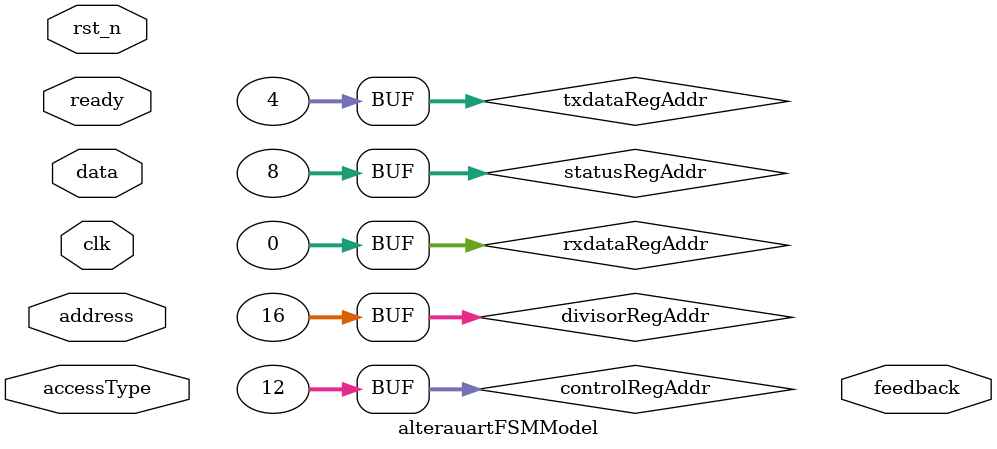
<source format=sv>
module alterauartFSMModel (
					input               clk, rst_n, accessType,
                    input [31:0]        address,
                    input [31:0]        data,
                    input               ready,
                    /*input [31:0]      dataIn,                                                                                                                                                                                  
                    input [2:0]         commandIn,                                                                                                                                                                               
                    output logic        busy,                                                                                                                                                                                    
                    output logic [31:0] dataOut,                                                                                                                                                                                 
                    output logic [7:0]  opermode,                                                                                                                                                                                
                    output logic [2:0]  status,*/
                    output logic [3:0]  feedback
);

	//assign p0 = READ%status.RRDY;
	//assign p1 = (status.RRDY == 1);
	//assign p2 = READ%rxdata;
	//assign p3 = READ%status.TRDY;
	//assign p4 = (status.TRDY == 1);
	//assign p5 = WRITE%txdata;

	//Register: RXReg
	logic [31:0] rxdataRegAddr = 32'd0; 
	logic [31:0] rxdataReg; 
	logic [31:0] rxdataRegTmp;
	//Register: TXReg
	logic [31:0] txdataRegAddr = 32'd4; 
	logic [31:0] txdataReg; 
	logic [31:0] txdataRegTmp;
	//Register: DivisorReg
	logic [31:0] divisorRegAddr = 32'd16; 
	logic [31:0] divisorReg; 
	logic [31:0] divisorRegTmp;
	//Register: ControlReg
	logic [31:0] controlRegAddr = 32'd12; 
	logic [31:0] controlReg; 
	logic [31:0] controlRegTmp;
	//Register: StatusReg
	logic [31:0] statusRegAddr = 32'd8; 
	logic [31:0] statusReg; 
	logic [31:0] statusRegTmp;

	//State: Global_State, OrthoRegion: tx
	typedef enum                         logic [1:0] {
			TX_IDLE, 
			TX_PRONTO
	} Global_State_tx_STATEFSM;
	Global_State_tx_STATEFSM Global_State_tx_states;
	
	//State: Global_State, OrthoRegion: rx
	typedef enum                         logic [1:0] {
			RX_PRONTO, 
			RX_IDLE
	} Global_State_rx_STATEFSM;
	Global_State_rx_STATEFSM Global_State_rx_states;
	

	always_ff @ (posedge clk or negedge rst_n)
     begin
        if (!rst_n)
          begin
		Global_State_tx_states <= TX_IDLE;
		Global_State_rx_states <= RX_IDLE;
          end
        else
		begin
        	if (fsmState == CHECKING)
               begin
			case(Global_State_tx_states)
			TX_IDLE: begin
			if (ready && p3 && p4) begin
				Global_State_tx_states <= TX_PRONTO;
			end
			end
			TX_PRONTO: begin
			if (ready && p5) begin
				Global_State_tx_states <= TX_IDLE;
			end
			end
			endcase //Global_Statetxstates
			case(Global_State_rx_states)
			RX_PRONTO: begin
			if (ready && p2) begin
				Global_State_rx_states <= RX_IDLE;
			end
			end
			RX_IDLE: begin
			if (ready && p0 && p1) begin
				Global_State_rx_states <= RX_PRONTO;
			end
			end
			endcase //Global_Staterxstates
               end   
        end
	end
endmodule


</source>
